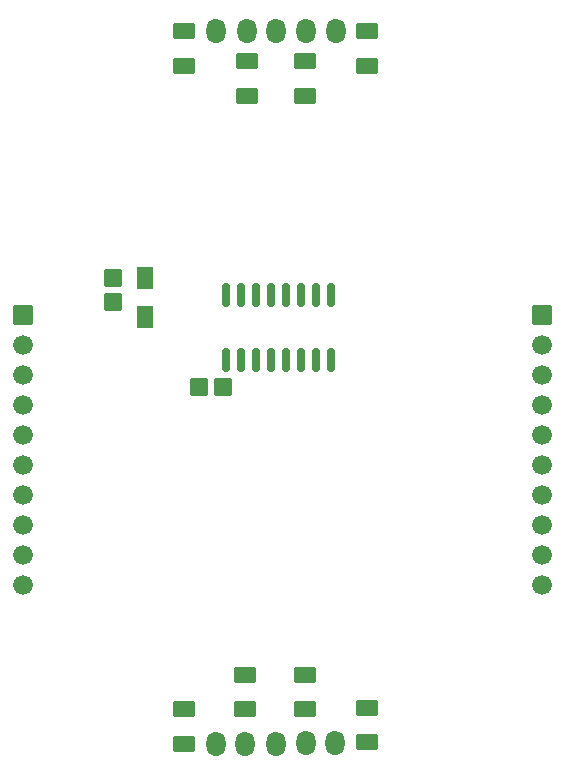
<source format=gts>
G04 Layer: TopSolderMaskLayer*
G04 EasyEDA v6.5.23, 2023-06-06 19:11:06*
G04 440996f75ca54165bcb2688da9f4019d,0997c0c323a540828c61b468e30a80a1,10*
G04 Gerber Generator version 0.2*
G04 Scale: 100 percent, Rotated: No, Reflected: No *
G04 Dimensions in millimeters *
G04 leading zeros omitted , absolute positions ,4 integer and 5 decimal *
%FSLAX45Y45*%
%MOMM*%

%AMMACRO1*1,1,$1,$2,$3*1,1,$1,$4,$5*1,1,$1,0-$2,0-$3*1,1,$1,0-$4,0-$5*20,1,$1,$2,$3,$4,$5,0*20,1,$1,$4,$5,0-$2,0-$3,0*20,1,$1,0-$2,0-$3,0-$4,0-$5,0*20,1,$1,0-$4,0-$5,$2,$3,0*4,1,4,$2,$3,$4,$5,0-$2,0-$3,0-$4,0-$5,$2,$3,0*%
%ADD10O,1.6256000000000002X2.1015960000000002*%
%ADD11MACRO1,0.1016X-0.648X0.8788X0.648X0.8788*%
%ADD12MACRO1,0.1016X-0.648X-0.8788X0.648X-0.8788*%
%ADD13O,0.7036053999999999X2.0725892000000004*%
%ADD14C,1.6764*%
%ADD15MACRO1,0.1016X0.7874X0.7874X0.7874X-0.7874*%
%ADD16MACRO1,0.1016X-0.8505X0.6038X0.8505X0.6038*%
%ADD17MACRO1,0.1016X-0.8505X-0.6038X0.8505X-0.6038*%
%ADD18MACRO1,0.1016X-0.705X-0.675X-0.705X0.675*%
%ADD19MACRO1,0.1016X0.705X-0.675X0.705X0.675*%
%ADD20MACRO1,0.1016X-0.675X0.705X0.675X0.705*%
%ADD21MACRO1,0.1016X-0.675X-0.705X0.675X-0.705*%
%ADD22MACRO1,0.1016X0.8505X-0.6038X-0.8505X-0.6038*%
%ADD23MACRO1,0.1016X0.8505X0.6038X-0.8505X0.6038*%

%LPD*%
D10*
G01*
X4262627Y11275313D03*
G01*
X4002531Y11275568D03*
G01*
X3752595Y11275313D03*
G01*
X3502659Y11275313D03*
G01*
X3242818Y11275313D03*
G01*
X4252468Y5245607D03*
G01*
X4002531Y5245607D03*
G01*
X3752595Y5235702D03*
G01*
X3492754Y5235447D03*
G01*
X3242563Y5235702D03*
D11*
G01*
X2641600Y8848375D03*
D12*
G01*
X2641600Y9185624D03*
D13*
G01*
X3327400Y8489442D03*
G01*
X3454400Y8489442D03*
G01*
X3581400Y8489442D03*
G01*
X3708400Y8489442D03*
G01*
X3835400Y8489442D03*
G01*
X3962400Y8489442D03*
G01*
X4089400Y8489442D03*
G01*
X4216400Y8489442D03*
G01*
X3327400Y9036558D03*
G01*
X3454400Y9036558D03*
G01*
X3581400Y9036558D03*
G01*
X3708400Y9036558D03*
G01*
X3835400Y9036558D03*
G01*
X3962400Y9036558D03*
G01*
X4089400Y9036558D03*
G01*
X4216400Y9036558D03*
D14*
G01*
X1612900Y6578600D03*
G01*
X1612900Y6832600D03*
G01*
X1612900Y7086600D03*
G01*
X1612900Y7340600D03*
G01*
X1612900Y7594600D03*
G01*
X1612900Y7848600D03*
G01*
X1612900Y8102600D03*
G01*
X1612900Y8356600D03*
G01*
X1612900Y8610600D03*
D15*
G01*
X1612900Y8864600D03*
D14*
G01*
X6007100Y6578574D03*
G01*
X6007100Y6832574D03*
G01*
X6007100Y7086574D03*
G01*
X6007100Y7340574D03*
G01*
X6007100Y7594574D03*
G01*
X6007100Y7848574D03*
G01*
X6007100Y8102574D03*
G01*
X6007100Y8356574D03*
G01*
X6007100Y8610574D03*
D15*
G01*
X6007100Y8864584D03*
D16*
G01*
X4521200Y5249623D03*
D17*
G01*
X4521200Y5545376D03*
D18*
G01*
X3300402Y8255000D03*
D19*
G01*
X3100397Y8255000D03*
D20*
G01*
X2374900Y8980497D03*
D21*
G01*
X2374900Y9180502D03*
D22*
G01*
X4000500Y11019076D03*
D23*
G01*
X4000500Y10723323D03*
D22*
G01*
X4521200Y11273076D03*
D23*
G01*
X4521200Y10977323D03*
D16*
G01*
X4000500Y5529023D03*
D17*
G01*
X4000500Y5824776D03*
D16*
G01*
X3492500Y5529023D03*
D17*
G01*
X3492500Y5824776D03*
D16*
G01*
X2971800Y5236923D03*
D17*
G01*
X2971800Y5532676D03*
D22*
G01*
X3505200Y11019076D03*
D23*
G01*
X3505200Y10723323D03*
D22*
G01*
X2971800Y11273076D03*
D23*
G01*
X2971800Y10977323D03*
M02*

</source>
